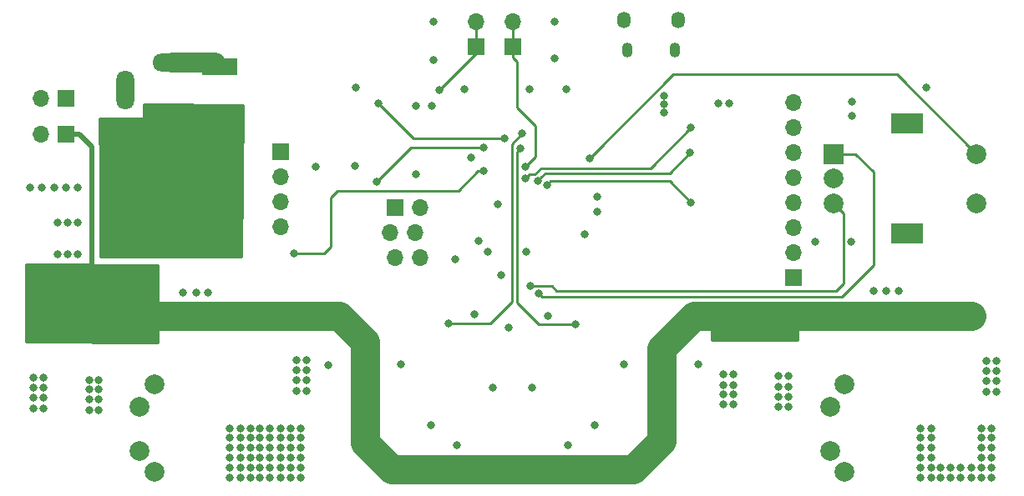
<source format=gbr>
G04 #@! TF.GenerationSoftware,KiCad,Pcbnew,(5.1.2)-1*
G04 #@! TF.CreationDate,2020-10-29T23:57:23+01:00*
G04 #@! TF.ProjectId,SolderingRT1,536f6c64-6572-4696-9e67-5254312e6b69,rev?*
G04 #@! TF.SameCoordinates,Original*
G04 #@! TF.FileFunction,Copper,L4,Bot*
G04 #@! TF.FilePolarity,Positive*
%FSLAX46Y46*%
G04 Gerber Fmt 4.6, Leading zero omitted, Abs format (unit mm)*
G04 Created by KiCad (PCBNEW (5.1.2)-1) date 2020-10-29 23:57:23*
%MOMM*%
%LPD*%
G04 APERTURE LIST*
%ADD10C,2.000000*%
%ADD11O,1.700000X1.700000*%
%ADD12R,1.700000X1.700000*%
%ADD13R,3.600000X1.800000*%
%ADD14O,3.600000X1.800000*%
%ADD15O,5.000000X3.200000*%
%ADD16R,2.000000X2.000000*%
%ADD17R,3.200000X2.000000*%
%ADD18O,1.350000X1.700000*%
%ADD19O,1.100000X1.500000*%
%ADD20R,4.400000X1.800000*%
%ADD21O,4.000000X1.800000*%
%ADD22O,1.800000X4.000000*%
%ADD23C,0.800000*%
%ADD24C,2.000000*%
%ADD25C,0.250000*%
%ADD26C,3.000000*%
%ADD27C,0.500000*%
%ADD28C,0.254000*%
G04 APERTURE END LIST*
D10*
X183650000Y-138860000D03*
X182150000Y-141160000D03*
X183650000Y-147760000D03*
X182150000Y-145610000D03*
X113650000Y-138860000D03*
X112150000Y-141160000D03*
X113650000Y-147760000D03*
X112150000Y-145610000D03*
D11*
X102160000Y-109850000D03*
D12*
X104700000Y-109850000D03*
D13*
X120300000Y-106600000D03*
D14*
X120300000Y-111680000D03*
D11*
X178500000Y-110270000D03*
X178500000Y-112810000D03*
X178500000Y-115350000D03*
X178500000Y-117890000D03*
X178500000Y-120430000D03*
X178500000Y-122970000D03*
X178500000Y-125510000D03*
D12*
X178500000Y-128050000D03*
D15*
X111350000Y-119550000D03*
X111350000Y-124000000D03*
X111350000Y-128450000D03*
D16*
X182500000Y-115463615D03*
D10*
X182500000Y-117963615D03*
X182500000Y-120463615D03*
D17*
X190000000Y-112363615D03*
X190000000Y-123563615D03*
D10*
X197000000Y-115463615D03*
X197000000Y-120463615D03*
D11*
X140600000Y-125980000D03*
X138060000Y-125980000D03*
X140100000Y-123440000D03*
X137600000Y-123440000D03*
X140600000Y-120900000D03*
D12*
X138060000Y-120900000D03*
D18*
X161295000Y-101885000D03*
X166755000Y-101885000D03*
D19*
X161605000Y-104885000D03*
X166445000Y-104885000D03*
D20*
X115500000Y-112000000D03*
D21*
X115500000Y-106200000D03*
D22*
X110700000Y-109000000D03*
D11*
X102160000Y-113450000D03*
D12*
X104700000Y-113450000D03*
D11*
X146250000Y-102010000D03*
D12*
X146250000Y-104550000D03*
D11*
X150000000Y-102010000D03*
D12*
X150000000Y-104550000D03*
D11*
X126500000Y-122820000D03*
X126500000Y-120280000D03*
X126500000Y-117740000D03*
D12*
X126500000Y-115200000D03*
D23*
X104900000Y-122450000D03*
X103900000Y-122450000D03*
X104900000Y-125650000D03*
X103900000Y-125650000D03*
X105900000Y-125650000D03*
X102450000Y-141300000D03*
X101450000Y-139200000D03*
X102450000Y-140200000D03*
X107050000Y-141500000D03*
X102450000Y-138200000D03*
X108050000Y-138400000D03*
X101450000Y-140200000D03*
X102450000Y-139200000D03*
X107050000Y-139400000D03*
X108050000Y-141500000D03*
X107050000Y-138400000D03*
X108050000Y-139400000D03*
X108050000Y-140400000D03*
X101450000Y-141300000D03*
X101450000Y-138200000D03*
X107050000Y-140400000D03*
X176950000Y-138000000D03*
X177950000Y-140100000D03*
X176950000Y-139100000D03*
X172350000Y-137800000D03*
X176950000Y-141100000D03*
X171350000Y-140900000D03*
X177950000Y-139100000D03*
X176950000Y-140100000D03*
X172350000Y-139900000D03*
X171350000Y-137800000D03*
X172350000Y-140900000D03*
X171350000Y-139900000D03*
X171350000Y-138900000D03*
X177950000Y-138000000D03*
X177950000Y-141100000D03*
X172350000Y-138900000D03*
X121300000Y-148300000D03*
X122400000Y-147300000D03*
X124400000Y-148300000D03*
X122400000Y-148300000D03*
X123400000Y-147300000D03*
X124400000Y-147300000D03*
X121300000Y-147300000D03*
X123400000Y-148300000D03*
X121300000Y-146300000D03*
X122400000Y-145300000D03*
X124400000Y-146300000D03*
X122400000Y-146300000D03*
X123400000Y-145300000D03*
X124400000Y-145300000D03*
X121300000Y-145300000D03*
X123400000Y-146300000D03*
X121300000Y-144300000D03*
X122400000Y-143300000D03*
X124400000Y-144300000D03*
X122400000Y-144300000D03*
X123400000Y-143300000D03*
X124400000Y-143300000D03*
X121300000Y-143300000D03*
X123400000Y-144300000D03*
X125400000Y-144300000D03*
X126500000Y-143300000D03*
X128500000Y-144300000D03*
X126500000Y-144300000D03*
X127500000Y-143300000D03*
X128500000Y-143300000D03*
X125400000Y-143300000D03*
X127500000Y-144300000D03*
X125400000Y-146300000D03*
X126500000Y-145300000D03*
X128500000Y-146300000D03*
X126500000Y-146300000D03*
X127500000Y-145300000D03*
X128500000Y-145300000D03*
X125400000Y-145300000D03*
X127500000Y-146300000D03*
X125400000Y-148300000D03*
X126500000Y-147300000D03*
X128500000Y-148300000D03*
X126500000Y-148300000D03*
X127500000Y-147300000D03*
X128500000Y-147300000D03*
X125400000Y-147300000D03*
X127500000Y-148300000D03*
X199000000Y-139600000D03*
X198000000Y-138500000D03*
X199000000Y-136500000D03*
X199000000Y-138500000D03*
X198000000Y-137500000D03*
X198000000Y-136500000D03*
X198000000Y-139600000D03*
X199000000Y-137500000D03*
X129100000Y-139500000D03*
X128100000Y-138400000D03*
X129100000Y-136400000D03*
X129100000Y-138400000D03*
X128100000Y-137400000D03*
X128100000Y-136400000D03*
X128100000Y-139500000D03*
X129100000Y-137400000D03*
X194400000Y-148300000D03*
X192400000Y-145300000D03*
X197500000Y-145300000D03*
X196500000Y-147300000D03*
X191300000Y-147300000D03*
X198500000Y-148300000D03*
X191300000Y-145300000D03*
X198500000Y-146300000D03*
X198500000Y-144300000D03*
X197500000Y-147300000D03*
X193400000Y-148300000D03*
X191300000Y-146300000D03*
X197500000Y-144300000D03*
X197500000Y-146300000D03*
X192400000Y-148300000D03*
X192400000Y-146300000D03*
X191300000Y-143300000D03*
X195400000Y-148300000D03*
X196500000Y-148300000D03*
X191300000Y-144300000D03*
X192400000Y-147300000D03*
X197500000Y-148300000D03*
X194400000Y-147300000D03*
X192400000Y-144300000D03*
X191300000Y-148300000D03*
X195400000Y-147300000D03*
X192400000Y-143300000D03*
X198500000Y-145300000D03*
X198500000Y-147300000D03*
X197500000Y-143300000D03*
X193400000Y-147300000D03*
X198500000Y-143300000D03*
X186600000Y-129400000D03*
X187900000Y-129400000D03*
X189100000Y-129400000D03*
X116600000Y-129500000D03*
X145800000Y-115800000D03*
X140212500Y-117512500D03*
X140200000Y-110600000D03*
X146500000Y-124300000D03*
X147500000Y-125400000D03*
X151400000Y-125400000D03*
X151700000Y-108900000D03*
X145100000Y-108900000D03*
X138700000Y-136800000D03*
X161300000Y-136800000D03*
X155637500Y-145037500D03*
X148000000Y-139200000D03*
X153600000Y-131900000D03*
X149600000Y-133100000D03*
X117900000Y-129500000D03*
X119100000Y-129500000D03*
X105900000Y-122450000D03*
X134112500Y-108712500D03*
X134037500Y-116712500D03*
X184400000Y-111550000D03*
X191950000Y-108750000D03*
X184300000Y-124350000D03*
X148837660Y-127737660D03*
X146150000Y-131750000D03*
X148455493Y-120569826D03*
X144300020Y-145000000D03*
X154250000Y-102000000D03*
X141950000Y-102050000D03*
X158600000Y-121300000D03*
X136350000Y-110300000D03*
X149150000Y-113900000D03*
X108150000Y-133900000D03*
X108150000Y-131800000D03*
X108150000Y-132800000D03*
X107150000Y-133900000D03*
X107150000Y-131800000D03*
X108150000Y-130800000D03*
X107150000Y-132800000D03*
X107150000Y-130800000D03*
X171350000Y-132500000D03*
X171350000Y-131500000D03*
X172350000Y-132500000D03*
X171350000Y-133500000D03*
X172350000Y-131500000D03*
X172350000Y-133500000D03*
X176850000Y-132500000D03*
X176850000Y-131500000D03*
X177850000Y-132500000D03*
X176850000Y-133500000D03*
X177850000Y-131500000D03*
X177850000Y-133500000D03*
X102550000Y-133700000D03*
X102550000Y-131600000D03*
X102550000Y-132600000D03*
X101550000Y-133700000D03*
X101550000Y-131600000D03*
X102550000Y-130600000D03*
X101550000Y-132600000D03*
X101550000Y-130600000D03*
X124100000Y-132400000D03*
X125200000Y-131400000D03*
X127200000Y-132400000D03*
X125200000Y-132400000D03*
X126200000Y-131400000D03*
X127200000Y-131400000D03*
X124100000Y-131400000D03*
X126200000Y-132400000D03*
X193900000Y-132400000D03*
X195000000Y-132400000D03*
X196000000Y-132400000D03*
X197000000Y-132400000D03*
X197000000Y-131400000D03*
X196000000Y-131400000D03*
X195000000Y-131400000D03*
X193900000Y-131400000D03*
X101100000Y-118850000D03*
X102300000Y-118850000D03*
X103500000Y-118850000D03*
X104700000Y-118850000D03*
X105900000Y-118850000D03*
X141800000Y-110600000D03*
X144212500Y-126187500D03*
X155400000Y-108900000D03*
X131300000Y-136900000D03*
X168800000Y-136800000D03*
X152000000Y-139200000D03*
X158300000Y-143000000D03*
X141700000Y-143000000D03*
X130050000Y-116750000D03*
X157300000Y-123600000D03*
X171900000Y-110300000D03*
X170800000Y-110300000D03*
X165300000Y-109550000D03*
X165300000Y-110400000D03*
X165300000Y-111250000D03*
X184350000Y-110150000D03*
X180675010Y-124350000D03*
X154250000Y-105750000D03*
X141950000Y-105900000D03*
X158600000Y-119800000D03*
X157800000Y-115900000D03*
X143512500Y-132637500D03*
X150950000Y-113400000D03*
X152600000Y-129600002D03*
X151750000Y-128849998D03*
X151300000Y-116750000D03*
X142550000Y-108950000D03*
X156387500Y-132762500D03*
X150800000Y-114900000D03*
X147050000Y-114800000D03*
X136200000Y-118300000D03*
X168000000Y-115350000D03*
X152522756Y-118171750D03*
X168050000Y-112800000D03*
X151300000Y-117900004D03*
X127850000Y-125550000D03*
X147050000Y-117200000D03*
X168050000Y-120400000D03*
X153458885Y-118637988D03*
D24*
X115500000Y-106200000D02*
X119900000Y-106200000D01*
D25*
X148584315Y-113900000D02*
X149150000Y-113900000D01*
X136350000Y-110300000D02*
X139950000Y-113900000D01*
X139950000Y-113900000D02*
X148584315Y-113900000D01*
D26*
X168400000Y-131900000D02*
X196500000Y-131900000D01*
X165100000Y-135200000D02*
X168400000Y-131900000D01*
X165100000Y-144600000D02*
X165100000Y-135200000D01*
X162200000Y-147500000D02*
X165100000Y-144600000D01*
X132400000Y-131900000D02*
X135000000Y-134500000D01*
X135000000Y-134500000D02*
X135000000Y-144800000D01*
X135000000Y-144800000D02*
X137700000Y-147500000D01*
X137700000Y-147500000D02*
X162200000Y-147500000D01*
X124600000Y-131900000D02*
X128900000Y-131900000D01*
X128900000Y-131900000D02*
X132400000Y-131900000D01*
X128900000Y-131900000D02*
X123800000Y-131900000D01*
X102000000Y-131900000D02*
X125400000Y-131900000D01*
D27*
X106050000Y-113450000D02*
X107300000Y-114700000D01*
X104700000Y-113450000D02*
X106050000Y-113450000D01*
X107300000Y-114700000D02*
X107300000Y-127700000D01*
D25*
X188936385Y-107400000D02*
X166300000Y-107400000D01*
X197000000Y-115463615D02*
X188936385Y-107400000D01*
X158199999Y-115500001D02*
X157800000Y-115900000D01*
X166300000Y-107400000D02*
X158199999Y-115500001D01*
X149900000Y-114450000D02*
X150950000Y-113400000D01*
X149900000Y-130450000D02*
X149900000Y-114450000D01*
X143512500Y-132637500D02*
X147712500Y-132637500D01*
X147712500Y-132637500D02*
X149900000Y-130450000D01*
X184763615Y-115463615D02*
X182500000Y-115463615D01*
X186600000Y-117300000D02*
X184763615Y-115463615D01*
X186600000Y-126750000D02*
X186600000Y-117300000D01*
X183350000Y-130000000D02*
X186600000Y-126750000D01*
X152600000Y-129600002D02*
X152999998Y-130000000D01*
X152999998Y-130000000D02*
X183350000Y-130000000D01*
X183499999Y-121463614D02*
X183499999Y-128600001D01*
X182500000Y-120463615D02*
X183499999Y-121463614D01*
X183499999Y-128600001D02*
X182750000Y-129350000D01*
X182750000Y-129350000D02*
X154450000Y-129350000D01*
X152315685Y-128849998D02*
X151750000Y-128849998D01*
X154450000Y-129350000D02*
X153949998Y-128849998D01*
X153949998Y-128849998D02*
X152315685Y-128849998D01*
X150000000Y-105650000D02*
X150450000Y-106100000D01*
X150000000Y-104550000D02*
X150000000Y-105650000D01*
X150450000Y-106100000D02*
X150450000Y-110750000D01*
X151300000Y-116750000D02*
X152300000Y-115750000D01*
X152300000Y-112600000D02*
X150450000Y-110750000D01*
X152300000Y-115750000D02*
X152300000Y-112600000D01*
X150000000Y-102010000D02*
X150000000Y-104550000D01*
X146250000Y-105250000D02*
X146250000Y-104550000D01*
X142550000Y-108950000D02*
X146250000Y-105250000D01*
X146250000Y-102010000D02*
X146250000Y-104550000D01*
X150450000Y-115250000D02*
X150800000Y-114900000D01*
X150450000Y-130550000D02*
X150450000Y-115250000D01*
X156387500Y-132762500D02*
X152662500Y-132762500D01*
X152662500Y-132762500D02*
X150450000Y-130550000D01*
X146484315Y-114800000D02*
X147050000Y-114800000D01*
X136200000Y-118300000D02*
X139700000Y-114800000D01*
X139700000Y-114800000D02*
X146484315Y-114800000D01*
X168000000Y-115350000D02*
X165950000Y-117400000D01*
X152922755Y-117771751D02*
X152522756Y-118171750D01*
X153294506Y-117400000D02*
X152922755Y-117771751D01*
X165950000Y-117400000D02*
X153294506Y-117400000D01*
X151699999Y-117500005D02*
X151300000Y-117900004D01*
X152249995Y-117500005D02*
X151699999Y-117500005D01*
X152850000Y-116900000D02*
X152249995Y-117500005D01*
X163950000Y-116900000D02*
X152850000Y-116900000D01*
X168050000Y-112800000D02*
X163950000Y-116900000D01*
X130850000Y-125550000D02*
X131550000Y-124850000D01*
X127850000Y-125550000D02*
X130850000Y-125550000D01*
X131550000Y-124850000D02*
X131550000Y-119900000D01*
X146484315Y-117200000D02*
X147050000Y-117200000D01*
X131550000Y-119900000D02*
X132250000Y-119200000D01*
X132250000Y-119200000D02*
X144484315Y-119200000D01*
X144484315Y-119200000D02*
X146484315Y-117200000D01*
X168050000Y-120400000D02*
X165887989Y-118237989D01*
X153858884Y-118237989D02*
X153458885Y-118637988D01*
X165887989Y-118237989D02*
X153858884Y-118237989D01*
D28*
G36*
X122646787Y-110476377D02*
G01*
X122499212Y-125922571D01*
X108177000Y-125873773D01*
X108177000Y-114743079D01*
X108181243Y-114700000D01*
X108164310Y-114528077D01*
X108117650Y-114374260D01*
X108126556Y-111827000D01*
X112500000Y-111827000D01*
X112524776Y-111824560D01*
X112548601Y-111817333D01*
X112570557Y-111805597D01*
X112589803Y-111789803D01*
X112605597Y-111770557D01*
X112617333Y-111748601D01*
X112624560Y-111724776D01*
X112627000Y-111700000D01*
X112627000Y-110427619D01*
X122646787Y-110476377D01*
X122646787Y-110476377D01*
G37*
X122646787Y-110476377D02*
X122499212Y-125922571D01*
X108177000Y-125873773D01*
X108177000Y-114743079D01*
X108181243Y-114700000D01*
X108164310Y-114528077D01*
X108117650Y-114374260D01*
X108126556Y-111827000D01*
X112500000Y-111827000D01*
X112524776Y-111824560D01*
X112548601Y-111817333D01*
X112570557Y-111805597D01*
X112589803Y-111789803D01*
X112605597Y-111770557D01*
X112617333Y-111748601D01*
X112624560Y-111724776D01*
X112627000Y-111700000D01*
X112627000Y-110427619D01*
X122646787Y-110476377D01*
G36*
X114016945Y-126708079D02*
G01*
X114029054Y-134591577D01*
X100677000Y-134573444D01*
X100677000Y-126690093D01*
X114016945Y-126708079D01*
X114016945Y-126708079D01*
G37*
X114016945Y-126708079D02*
X114029054Y-134591577D01*
X100677000Y-134573444D01*
X100677000Y-126690093D01*
X114016945Y-126708079D01*
G36*
X178874276Y-134373000D02*
G01*
X170125724Y-134373000D01*
X170089149Y-130752000D01*
X178910851Y-130752000D01*
X178874276Y-134373000D01*
X178874276Y-134373000D01*
G37*
X178874276Y-134373000D02*
X170125724Y-134373000D01*
X170089149Y-130752000D01*
X178910851Y-130752000D01*
X178874276Y-134373000D01*
M02*

</source>
